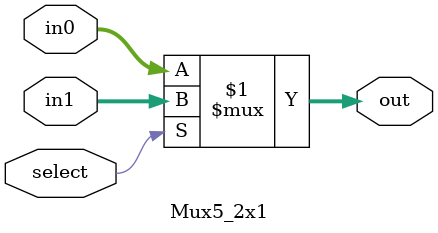
<source format=v>
module Mux5_2x1( select, in0, in1, out );

input           select;
input   [4:0]  in0;
input   [4:0]  in1;
output  [4:0]  out;

assign out = (select)?in1:in0;

endmodule
</source>
